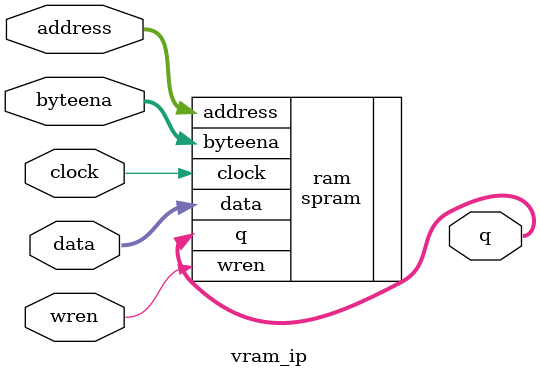
<source format=v>

module vram_ip
(
	input	  [7:0] address,
	input	 [31:0] byteena,
	input	        clock,
	input	[255:0] data,
	input	        wren,
	output[255:0] q
);

spram #(8,256) ram
(
	.clock(clock),
	.address(address),
	.data(data),
	.wren(wren),
	.byteena(byteena),
	.q(q)
);

endmodule

</source>
